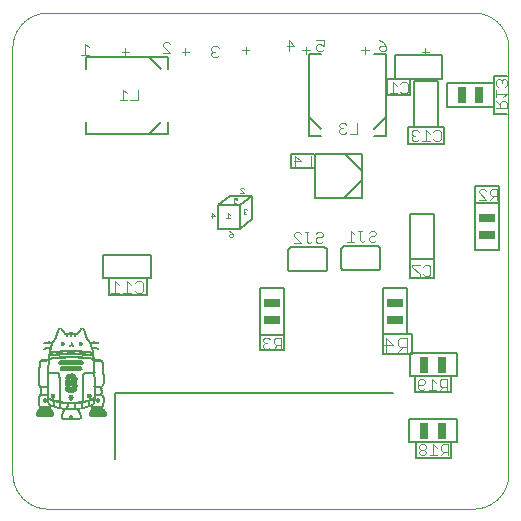
<source format=gbo>
G75*
%MOIN*%
%OFA0B0*%
%FSLAX25Y25*%
%IPPOS*%
%LPD*%
%AMOC8*
5,1,8,0,0,1.08239X$1,22.5*
%
%ADD10C,0.00000*%
%ADD11C,0.00591*%
%ADD12R,0.03100X0.00100*%
%ADD13R,0.05600X0.00100*%
%ADD14R,0.06000X0.00100*%
%ADD15R,0.06300X0.00100*%
%ADD16R,0.01700X0.00100*%
%ADD17R,0.01400X0.00100*%
%ADD18R,0.00800X0.00100*%
%ADD19R,0.00500X0.00100*%
%ADD20R,0.00400X0.00100*%
%ADD21R,0.01300X0.00100*%
%ADD22R,0.01200X0.00100*%
%ADD23R,0.02400X0.00100*%
%ADD24R,0.05400X0.00100*%
%ADD25R,0.01000X0.00100*%
%ADD26R,0.05100X0.00100*%
%ADD27R,0.05700X0.00100*%
%ADD28R,0.05900X0.00100*%
%ADD29R,0.00600X0.00100*%
%ADD30R,0.05800X0.00100*%
%ADD31R,0.06100X0.00100*%
%ADD32R,0.05500X0.00100*%
%ADD33R,0.05300X0.00100*%
%ADD34R,0.05200X0.00100*%
%ADD35R,0.05000X0.00100*%
%ADD36R,0.04900X0.00100*%
%ADD37R,0.03300X0.00100*%
%ADD38R,0.04700X0.00100*%
%ADD39R,0.04600X0.00100*%
%ADD40R,0.04500X0.00100*%
%ADD41R,0.04300X0.00100*%
%ADD42R,0.07900X0.00100*%
%ADD43R,0.04200X0.00100*%
%ADD44R,0.02700X0.00100*%
%ADD45R,0.02300X0.00100*%
%ADD46R,0.04000X0.00100*%
%ADD47R,0.04100X0.00100*%
%ADD48R,0.02100X0.00100*%
%ADD49R,0.02200X0.00100*%
%ADD50R,0.01900X0.00100*%
%ADD51R,0.03800X0.00100*%
%ADD52R,0.02000X0.00100*%
%ADD53R,0.03700X0.00100*%
%ADD54R,0.01600X0.00100*%
%ADD55R,0.01100X0.00100*%
%ADD56R,0.01500X0.00100*%
%ADD57R,0.01800X0.00100*%
%ADD58R,0.00900X0.00100*%
%ADD59R,0.00700X0.00100*%
%ADD60R,0.03200X0.00100*%
%ADD61R,0.07700X0.00100*%
%ADD62R,0.08600X0.00100*%
%ADD63R,0.09500X0.00100*%
%ADD64R,0.03600X0.00100*%
%ADD65R,0.03400X0.00100*%
%ADD66R,0.03900X0.00100*%
%ADD67R,0.02600X0.00100*%
%ADD68R,0.00300X0.00100*%
%ADD69R,0.03000X0.00100*%
%ADD70R,0.02900X0.00100*%
%ADD71R,0.02800X0.00100*%
%ADD72R,0.03500X0.00100*%
%ADD73R,0.02500X0.00100*%
%ADD74R,0.06600X0.00100*%
%ADD75R,0.07000X0.00100*%
%ADD76R,0.07300X0.00100*%
%ADD77R,0.07400X0.00100*%
%ADD78R,0.07600X0.00100*%
%ADD79R,0.07500X0.00100*%
%ADD80R,0.07100X0.00100*%
%ADD81R,0.06500X0.00100*%
%ADD82R,0.08100X0.00100*%
%ADD83R,0.08300X0.00100*%
%ADD84R,0.08400X0.00100*%
%ADD85R,0.08500X0.00100*%
%ADD86R,0.07200X0.00100*%
%ADD87R,0.13300X0.00100*%
%ADD88R,0.12200X0.00100*%
%ADD89R,0.10500X0.00100*%
%ADD90R,0.13400X0.00100*%
%ADD91R,0.12700X0.00100*%
%ADD92R,0.10000X0.00100*%
%ADD93R,0.04800X0.00100*%
%ADD94R,0.13200X0.00100*%
%ADD95R,0.10600X0.00100*%
%ADD96R,0.00200X0.00100*%
%ADD97C,0.00200*%
%ADD98C,0.00300*%
%ADD99C,0.00600*%
%ADD100C,0.00400*%
%ADD101R,0.02559X0.05512*%
%ADD102R,0.05512X0.02559*%
D10*
X0013311Y0001894D02*
X0155043Y0001894D01*
X0155328Y0001897D01*
X0155614Y0001908D01*
X0155899Y0001925D01*
X0156183Y0001949D01*
X0156467Y0001980D01*
X0156750Y0002018D01*
X0157031Y0002063D01*
X0157312Y0002114D01*
X0157592Y0002172D01*
X0157870Y0002237D01*
X0158146Y0002309D01*
X0158420Y0002387D01*
X0158693Y0002472D01*
X0158963Y0002564D01*
X0159231Y0002662D01*
X0159497Y0002766D01*
X0159760Y0002877D01*
X0160020Y0002994D01*
X0160278Y0003117D01*
X0160532Y0003247D01*
X0160783Y0003383D01*
X0161031Y0003524D01*
X0161275Y0003672D01*
X0161516Y0003825D01*
X0161752Y0003985D01*
X0161985Y0004150D01*
X0162214Y0004320D01*
X0162439Y0004496D01*
X0162659Y0004678D01*
X0162875Y0004864D01*
X0163086Y0005056D01*
X0163293Y0005253D01*
X0163495Y0005455D01*
X0163692Y0005662D01*
X0163884Y0005873D01*
X0164070Y0006089D01*
X0164252Y0006309D01*
X0164428Y0006534D01*
X0164598Y0006763D01*
X0164763Y0006996D01*
X0164923Y0007232D01*
X0165076Y0007473D01*
X0165224Y0007717D01*
X0165365Y0007965D01*
X0165501Y0008216D01*
X0165631Y0008470D01*
X0165754Y0008728D01*
X0165871Y0008988D01*
X0165982Y0009251D01*
X0166086Y0009517D01*
X0166184Y0009785D01*
X0166276Y0010055D01*
X0166361Y0010328D01*
X0166439Y0010602D01*
X0166511Y0010878D01*
X0166576Y0011156D01*
X0166634Y0011436D01*
X0166685Y0011717D01*
X0166730Y0011998D01*
X0166768Y0012281D01*
X0166799Y0012565D01*
X0166823Y0012849D01*
X0166840Y0013134D01*
X0166851Y0013420D01*
X0166854Y0013705D01*
X0166854Y0155437D01*
X0166851Y0155722D01*
X0166840Y0156008D01*
X0166823Y0156293D01*
X0166799Y0156577D01*
X0166768Y0156861D01*
X0166730Y0157144D01*
X0166685Y0157425D01*
X0166634Y0157706D01*
X0166576Y0157986D01*
X0166511Y0158264D01*
X0166439Y0158540D01*
X0166361Y0158814D01*
X0166276Y0159087D01*
X0166184Y0159357D01*
X0166086Y0159625D01*
X0165982Y0159891D01*
X0165871Y0160154D01*
X0165754Y0160414D01*
X0165631Y0160672D01*
X0165501Y0160926D01*
X0165365Y0161177D01*
X0165224Y0161425D01*
X0165076Y0161669D01*
X0164923Y0161910D01*
X0164763Y0162146D01*
X0164598Y0162379D01*
X0164428Y0162608D01*
X0164252Y0162833D01*
X0164070Y0163053D01*
X0163884Y0163269D01*
X0163692Y0163480D01*
X0163495Y0163687D01*
X0163293Y0163889D01*
X0163086Y0164086D01*
X0162875Y0164278D01*
X0162659Y0164464D01*
X0162439Y0164646D01*
X0162214Y0164822D01*
X0161985Y0164992D01*
X0161752Y0165157D01*
X0161516Y0165317D01*
X0161275Y0165470D01*
X0161031Y0165618D01*
X0160783Y0165759D01*
X0160532Y0165895D01*
X0160278Y0166025D01*
X0160020Y0166148D01*
X0159760Y0166265D01*
X0159497Y0166376D01*
X0159231Y0166480D01*
X0158963Y0166578D01*
X0158693Y0166670D01*
X0158420Y0166755D01*
X0158146Y0166833D01*
X0157870Y0166905D01*
X0157592Y0166970D01*
X0157312Y0167028D01*
X0157031Y0167079D01*
X0156750Y0167124D01*
X0156467Y0167162D01*
X0156183Y0167193D01*
X0155899Y0167217D01*
X0155614Y0167234D01*
X0155328Y0167245D01*
X0155043Y0167248D01*
X0013311Y0167248D01*
X0013026Y0167245D01*
X0012740Y0167234D01*
X0012455Y0167217D01*
X0012171Y0167193D01*
X0011887Y0167162D01*
X0011604Y0167124D01*
X0011323Y0167079D01*
X0011042Y0167028D01*
X0010762Y0166970D01*
X0010484Y0166905D01*
X0010208Y0166833D01*
X0009934Y0166755D01*
X0009661Y0166670D01*
X0009391Y0166578D01*
X0009123Y0166480D01*
X0008857Y0166376D01*
X0008594Y0166265D01*
X0008334Y0166148D01*
X0008076Y0166025D01*
X0007822Y0165895D01*
X0007571Y0165759D01*
X0007323Y0165618D01*
X0007079Y0165470D01*
X0006838Y0165317D01*
X0006602Y0165157D01*
X0006369Y0164992D01*
X0006140Y0164822D01*
X0005915Y0164646D01*
X0005695Y0164464D01*
X0005479Y0164278D01*
X0005268Y0164086D01*
X0005061Y0163889D01*
X0004859Y0163687D01*
X0004662Y0163480D01*
X0004470Y0163269D01*
X0004284Y0163053D01*
X0004102Y0162833D01*
X0003926Y0162608D01*
X0003756Y0162379D01*
X0003591Y0162146D01*
X0003431Y0161910D01*
X0003278Y0161669D01*
X0003130Y0161425D01*
X0002989Y0161177D01*
X0002853Y0160926D01*
X0002723Y0160672D01*
X0002600Y0160414D01*
X0002483Y0160154D01*
X0002372Y0159891D01*
X0002268Y0159625D01*
X0002170Y0159357D01*
X0002078Y0159087D01*
X0001993Y0158814D01*
X0001915Y0158540D01*
X0001843Y0158264D01*
X0001778Y0157986D01*
X0001720Y0157706D01*
X0001669Y0157425D01*
X0001624Y0157144D01*
X0001586Y0156861D01*
X0001555Y0156577D01*
X0001531Y0156293D01*
X0001514Y0156008D01*
X0001503Y0155722D01*
X0001500Y0155437D01*
X0001500Y0013705D01*
X0001503Y0013420D01*
X0001514Y0013134D01*
X0001531Y0012849D01*
X0001555Y0012565D01*
X0001586Y0012281D01*
X0001624Y0011998D01*
X0001669Y0011717D01*
X0001720Y0011436D01*
X0001778Y0011156D01*
X0001843Y0010878D01*
X0001915Y0010602D01*
X0001993Y0010328D01*
X0002078Y0010055D01*
X0002170Y0009785D01*
X0002268Y0009517D01*
X0002372Y0009251D01*
X0002483Y0008988D01*
X0002600Y0008728D01*
X0002723Y0008470D01*
X0002853Y0008216D01*
X0002989Y0007965D01*
X0003130Y0007717D01*
X0003278Y0007473D01*
X0003431Y0007232D01*
X0003591Y0006996D01*
X0003756Y0006763D01*
X0003926Y0006534D01*
X0004102Y0006309D01*
X0004284Y0006089D01*
X0004470Y0005873D01*
X0004662Y0005662D01*
X0004859Y0005455D01*
X0005061Y0005253D01*
X0005268Y0005056D01*
X0005479Y0004864D01*
X0005695Y0004678D01*
X0005915Y0004496D01*
X0006140Y0004320D01*
X0006369Y0004150D01*
X0006602Y0003985D01*
X0006838Y0003825D01*
X0007079Y0003672D01*
X0007323Y0003524D01*
X0007571Y0003383D01*
X0007822Y0003247D01*
X0008076Y0003117D01*
X0008334Y0002994D01*
X0008594Y0002877D01*
X0008857Y0002766D01*
X0009123Y0002662D01*
X0009391Y0002564D01*
X0009661Y0002472D01*
X0009934Y0002387D01*
X0010208Y0002309D01*
X0010484Y0002237D01*
X0010762Y0002172D01*
X0011042Y0002114D01*
X0011323Y0002063D01*
X0011604Y0002018D01*
X0011887Y0001980D01*
X0012171Y0001949D01*
X0012455Y0001925D01*
X0012740Y0001908D01*
X0013026Y0001897D01*
X0013311Y0001894D01*
D11*
X0035752Y0018429D02*
X0035752Y0040476D01*
X0128272Y0040476D01*
X0134177Y0045988D02*
X0134177Y0053862D01*
X0149531Y0053862D01*
X0149531Y0045988D01*
X0147563Y0045988D01*
X0147563Y0040870D01*
X0135752Y0040870D01*
X0135752Y0045988D01*
X0134177Y0045988D01*
X0135752Y0045988D02*
X0147563Y0045988D01*
X0134571Y0053469D02*
X0134571Y0060161D01*
X0132996Y0060161D01*
X0125122Y0060161D01*
X0125122Y0053469D01*
X0134571Y0053469D01*
X0132996Y0060161D02*
X0132996Y0075516D01*
X0125122Y0075516D01*
X0125122Y0060161D01*
X0134177Y0078665D02*
X0142051Y0078665D01*
X0142051Y0084965D01*
X0134177Y0084965D01*
X0134177Y0078665D01*
X0134177Y0084965D02*
X0134177Y0099925D01*
X0142051Y0099925D01*
X0142051Y0084965D01*
X0155831Y0088114D02*
X0155831Y0103862D01*
X0155831Y0109374D01*
X0163705Y0109374D01*
X0163705Y0103862D01*
X0163705Y0088114D01*
X0155831Y0088114D01*
X0155831Y0103862D02*
X0163705Y0103862D01*
X0145201Y0123547D02*
X0145201Y0129059D01*
X0143232Y0129059D01*
X0135358Y0129059D01*
X0133390Y0129059D01*
X0133390Y0123547D01*
X0145201Y0123547D01*
X0143232Y0129059D02*
X0143232Y0144413D01*
X0135358Y0144413D01*
X0135358Y0129059D01*
X0134177Y0139689D02*
X0126303Y0139689D01*
X0126303Y0145201D01*
X0129059Y0145201D01*
X0129059Y0153075D01*
X0144807Y0153075D01*
X0144807Y0145201D01*
X0134177Y0145201D01*
X0134177Y0139689D01*
X0134177Y0145201D02*
X0129059Y0145201D01*
X0146382Y0143626D02*
X0146382Y0135752D01*
X0162130Y0135752D01*
X0162130Y0133390D01*
X0166461Y0133390D01*
X0162130Y0135752D02*
X0162130Y0143626D01*
X0162130Y0145988D01*
X0166461Y0145988D01*
X0162130Y0143626D02*
X0146382Y0143626D01*
X0118035Y0120004D02*
X0118035Y0114492D01*
X0118035Y0111343D01*
X0112130Y0105437D01*
X0102287Y0105437D01*
X0102287Y0115280D01*
X0094413Y0115280D01*
X0094413Y0120004D01*
X0101894Y0120004D01*
X0102287Y0120004D02*
X0102287Y0115280D01*
X0102287Y0120004D02*
X0112524Y0120004D01*
X0118035Y0114492D01*
X0118035Y0111343D02*
X0118035Y0105437D01*
X0112130Y0105437D01*
X0112524Y0120004D02*
X0118035Y0120004D01*
X0081421Y0106224D02*
X0081421Y0098350D01*
X0077484Y0095201D01*
X0077484Y0103075D01*
X0081421Y0106224D01*
X0073941Y0106224D01*
X0070004Y0103075D01*
X0077484Y0103075D01*
X0070004Y0103075D02*
X0070004Y0095201D01*
X0077484Y0095201D01*
X0084177Y0075516D02*
X0084177Y0059768D01*
X0084177Y0054650D01*
X0092051Y0054650D01*
X0092051Y0059768D01*
X0084177Y0059768D01*
X0092051Y0059768D02*
X0092051Y0075516D01*
X0084177Y0075516D01*
X0047563Y0078665D02*
X0046382Y0078665D01*
X0046382Y0073154D01*
X0033783Y0073154D01*
X0033783Y0078665D01*
X0031815Y0078665D01*
X0031815Y0086539D01*
X0047563Y0086539D01*
X0047563Y0078665D01*
X0046382Y0078665D02*
X0033783Y0078665D01*
X0133783Y0031815D02*
X0133783Y0023941D01*
X0136146Y0023941D01*
X0136146Y0018823D01*
X0147563Y0018823D01*
X0147563Y0023941D01*
X0149531Y0023941D01*
X0149531Y0031815D01*
X0133783Y0031815D01*
X0136146Y0023941D02*
X0147563Y0023941D01*
D12*
X0030200Y0039394D03*
X0030200Y0039494D03*
X0021100Y0040794D03*
X0016500Y0037394D03*
X0012100Y0042294D03*
X0012300Y0050994D03*
X0012400Y0051094D03*
X0013500Y0056894D03*
X0029900Y0051094D03*
X0021100Y0031294D03*
D13*
X0021150Y0031394D03*
X0029950Y0032594D03*
X0012250Y0033894D03*
X0012250Y0033994D03*
D14*
X0012250Y0033594D03*
X0012250Y0033494D03*
X0012250Y0033394D03*
X0012250Y0033294D03*
X0012250Y0032894D03*
X0012250Y0032794D03*
X0021150Y0031494D03*
X0029950Y0032894D03*
X0029950Y0032994D03*
X0029950Y0033094D03*
X0029950Y0033194D03*
X0029950Y0033294D03*
X0029950Y0033394D03*
X0021250Y0047694D03*
X0021150Y0053494D03*
D15*
X0021100Y0051094D03*
X0021100Y0034894D03*
X0021100Y0031594D03*
D16*
X0018700Y0031694D03*
X0023500Y0031694D03*
X0021100Y0038594D03*
X0021100Y0038694D03*
X0021100Y0038794D03*
X0021100Y0038894D03*
X0020000Y0042694D03*
X0020000Y0042794D03*
X0020100Y0045194D03*
X0022200Y0045094D03*
X0022200Y0044994D03*
X0022200Y0044894D03*
X0022200Y0044794D03*
X0022200Y0044694D03*
X0018700Y0049594D03*
X0028600Y0055394D03*
X0014000Y0038094D03*
X0014700Y0036094D03*
X0014700Y0035994D03*
D17*
X0015250Y0035794D03*
X0015050Y0038994D03*
X0015050Y0039094D03*
X0015050Y0039194D03*
X0015050Y0039294D03*
X0015050Y0039394D03*
X0021150Y0039194D03*
X0021050Y0038194D03*
X0021150Y0032094D03*
X0021150Y0031994D03*
X0021150Y0031894D03*
X0021150Y0031794D03*
X0021150Y0031694D03*
X0028450Y0038294D03*
X0027150Y0038994D03*
X0027150Y0039094D03*
X0027150Y0039394D03*
X0027150Y0039494D03*
X0024250Y0056594D03*
X0024250Y0056694D03*
X0022650Y0059794D03*
X0019550Y0059794D03*
X0018350Y0056694D03*
X0018350Y0056594D03*
D18*
X0018350Y0057094D03*
X0018350Y0056094D03*
X0021250Y0056294D03*
X0024250Y0056094D03*
X0024250Y0057094D03*
X0022450Y0059494D03*
X0021050Y0059494D03*
X0019650Y0059494D03*
X0019650Y0059394D03*
X0024850Y0061794D03*
X0029950Y0054994D03*
X0027150Y0038594D03*
X0028250Y0036394D03*
X0029950Y0037194D03*
X0022250Y0036594D03*
X0021150Y0032594D03*
X0024050Y0031794D03*
X0018150Y0031794D03*
X0014050Y0032394D03*
X0013850Y0036494D03*
X0012250Y0037194D03*
X0012250Y0038294D03*
X0010750Y0042494D03*
D19*
X0010600Y0042594D03*
X0010500Y0042694D03*
X0010500Y0042794D03*
X0010500Y0042894D03*
X0010400Y0043094D03*
X0010400Y0043194D03*
X0010400Y0043294D03*
X0010300Y0043594D03*
X0010300Y0043694D03*
X0010300Y0043794D03*
X0010300Y0043894D03*
X0010300Y0043994D03*
X0010300Y0044094D03*
X0010300Y0044194D03*
X0010300Y0044294D03*
X0010300Y0044394D03*
X0010300Y0044494D03*
X0010300Y0044594D03*
X0010300Y0044694D03*
X0010300Y0044794D03*
X0010300Y0044894D03*
X0010300Y0044994D03*
X0010300Y0045094D03*
X0010300Y0045194D03*
X0010300Y0045294D03*
X0010300Y0045394D03*
X0010300Y0045494D03*
X0010300Y0045594D03*
X0010300Y0045694D03*
X0010300Y0045794D03*
X0010400Y0045994D03*
X0010400Y0046094D03*
X0010400Y0046194D03*
X0010400Y0046294D03*
X0010400Y0046394D03*
X0010400Y0046494D03*
X0010400Y0046594D03*
X0010400Y0046694D03*
X0010400Y0046794D03*
X0010400Y0046894D03*
X0010400Y0046994D03*
X0010400Y0047094D03*
X0010400Y0047194D03*
X0010400Y0047294D03*
X0010500Y0047694D03*
X0010500Y0047794D03*
X0010500Y0047894D03*
X0010500Y0047994D03*
X0010500Y0048094D03*
X0010500Y0048194D03*
X0010500Y0048294D03*
X0010500Y0048394D03*
X0010500Y0048494D03*
X0010500Y0048594D03*
X0010500Y0048694D03*
X0010600Y0049194D03*
X0010600Y0049294D03*
X0010600Y0049394D03*
X0010600Y0049494D03*
X0010600Y0049594D03*
X0010600Y0049694D03*
X0010600Y0049794D03*
X0010600Y0049894D03*
X0010700Y0050194D03*
X0010700Y0050294D03*
X0010800Y0050494D03*
X0010800Y0050594D03*
X0013500Y0049494D03*
X0013500Y0049394D03*
X0013500Y0049294D03*
X0013500Y0049194D03*
X0013500Y0049094D03*
X0013500Y0048994D03*
X0013400Y0048694D03*
X0013400Y0048594D03*
X0013400Y0048494D03*
X0013400Y0048394D03*
X0013400Y0048294D03*
X0013400Y0048194D03*
X0013400Y0048094D03*
X0013400Y0047994D03*
X0013400Y0047894D03*
X0013400Y0047794D03*
X0013400Y0047694D03*
X0013400Y0047594D03*
X0013400Y0047494D03*
X0013400Y0047394D03*
X0013400Y0047294D03*
X0013400Y0046694D03*
X0013400Y0046594D03*
X0013400Y0046494D03*
X0013400Y0046394D03*
X0013400Y0046294D03*
X0013400Y0046194D03*
X0013400Y0046094D03*
X0013400Y0045994D03*
X0013400Y0045894D03*
X0013400Y0045794D03*
X0013400Y0045694D03*
X0013400Y0045594D03*
X0013300Y0045394D03*
X0013300Y0045294D03*
X0013300Y0045194D03*
X0013300Y0045094D03*
X0013300Y0044994D03*
X0013300Y0044894D03*
X0013300Y0044794D03*
X0013300Y0044694D03*
X0013300Y0044594D03*
X0013300Y0044494D03*
X0013300Y0044394D03*
X0013300Y0044294D03*
X0013300Y0044194D03*
X0013300Y0044094D03*
X0013400Y0043994D03*
X0013400Y0043894D03*
X0013400Y0043794D03*
X0013400Y0043694D03*
X0013400Y0043594D03*
X0013400Y0043494D03*
X0013400Y0043394D03*
X0013400Y0043294D03*
X0013400Y0043194D03*
X0013400Y0043094D03*
X0013400Y0042994D03*
X0013400Y0042894D03*
X0013400Y0042794D03*
X0013400Y0042694D03*
X0013400Y0042594D03*
X0013400Y0042494D03*
X0013400Y0041894D03*
X0013400Y0041794D03*
X0013400Y0041694D03*
X0013400Y0041594D03*
X0013400Y0041494D03*
X0013400Y0041394D03*
X0013400Y0041294D03*
X0013400Y0041194D03*
X0013400Y0041094D03*
X0013400Y0040994D03*
X0013400Y0040894D03*
X0013400Y0040794D03*
X0013400Y0040694D03*
X0013400Y0040594D03*
X0013400Y0040494D03*
X0013400Y0040394D03*
X0013400Y0040294D03*
X0013400Y0040194D03*
X0013400Y0040094D03*
X0013400Y0039994D03*
X0013400Y0039894D03*
X0013400Y0039294D03*
X0013400Y0039194D03*
X0013400Y0039094D03*
X0013400Y0038994D03*
X0013400Y0038894D03*
X0013400Y0038794D03*
X0013400Y0038694D03*
X0013400Y0037994D03*
X0013400Y0037894D03*
X0013400Y0037794D03*
X0013400Y0037694D03*
X0013400Y0037594D03*
X0013400Y0037494D03*
X0013400Y0037394D03*
X0013400Y0037294D03*
X0013400Y0037194D03*
X0013400Y0037094D03*
X0012300Y0037094D03*
X0012300Y0038394D03*
X0011100Y0039894D03*
X0011100Y0039994D03*
X0011100Y0040094D03*
X0011100Y0040194D03*
X0011100Y0040294D03*
X0011100Y0040394D03*
X0011100Y0040494D03*
X0011100Y0040594D03*
X0011100Y0041594D03*
X0011100Y0041694D03*
X0011100Y0041794D03*
X0011100Y0041894D03*
X0010500Y0039094D03*
X0010400Y0038894D03*
X0010300Y0038494D03*
X0010300Y0038394D03*
X0010300Y0038294D03*
X0010300Y0038194D03*
X0010300Y0038094D03*
X0010300Y0037994D03*
X0010300Y0037894D03*
X0010400Y0036694D03*
X0010400Y0036594D03*
X0010400Y0036494D03*
X0010400Y0036394D03*
X0010400Y0036294D03*
X0010400Y0036194D03*
X0010500Y0036094D03*
X0010500Y0035994D03*
X0015300Y0036994D03*
X0015300Y0037094D03*
X0015300Y0037194D03*
X0017200Y0037694D03*
X0017200Y0037794D03*
X0017200Y0037894D03*
X0017200Y0037994D03*
X0017200Y0038094D03*
X0017200Y0038194D03*
X0017200Y0038294D03*
X0017200Y0038394D03*
X0017200Y0038494D03*
X0017200Y0038594D03*
X0017200Y0038694D03*
X0017200Y0038794D03*
X0017200Y0038894D03*
X0017200Y0038994D03*
X0017200Y0039094D03*
X0017200Y0039194D03*
X0017200Y0039294D03*
X0017200Y0039394D03*
X0017200Y0039494D03*
X0017200Y0039594D03*
X0017200Y0039694D03*
X0017200Y0039794D03*
X0017200Y0039894D03*
X0017200Y0039994D03*
X0017200Y0040094D03*
X0017200Y0040194D03*
X0017200Y0040294D03*
X0017200Y0040394D03*
X0017200Y0040494D03*
X0017200Y0040594D03*
X0017200Y0040694D03*
X0017200Y0040794D03*
X0017200Y0040894D03*
X0017200Y0040994D03*
X0017200Y0041094D03*
X0017200Y0041194D03*
X0017200Y0041294D03*
X0017200Y0041394D03*
X0017200Y0041494D03*
X0017200Y0041594D03*
X0017200Y0041694D03*
X0017200Y0041794D03*
X0017200Y0041894D03*
X0017200Y0041994D03*
X0017200Y0042094D03*
X0017200Y0042194D03*
X0017200Y0042294D03*
X0017200Y0042394D03*
X0017200Y0042494D03*
X0017200Y0042594D03*
X0017200Y0042694D03*
X0017200Y0042794D03*
X0017200Y0042894D03*
X0017200Y0042994D03*
X0017200Y0043094D03*
X0017200Y0043194D03*
X0017200Y0043294D03*
X0017200Y0043394D03*
X0017200Y0043494D03*
X0017200Y0043594D03*
X0017200Y0043694D03*
X0017200Y0043794D03*
X0017200Y0043894D03*
X0017200Y0043994D03*
X0017200Y0044094D03*
X0017200Y0044194D03*
X0017200Y0044294D03*
X0017200Y0044394D03*
X0017200Y0044494D03*
X0017200Y0044594D03*
X0017200Y0044694D03*
X0017200Y0044794D03*
X0017200Y0044894D03*
X0017200Y0044994D03*
X0017200Y0045094D03*
X0017200Y0045194D03*
X0017200Y0045294D03*
X0017100Y0045494D03*
X0017100Y0045594D03*
X0017100Y0045694D03*
X0017100Y0045794D03*
X0017100Y0045894D03*
X0017100Y0045994D03*
X0017100Y0046094D03*
X0017100Y0046194D03*
X0017000Y0046294D03*
X0017000Y0046394D03*
X0013600Y0050494D03*
X0013600Y0050594D03*
X0013600Y0050694D03*
X0013600Y0050794D03*
X0013700Y0051994D03*
X0013700Y0052094D03*
X0013900Y0053094D03*
X0013900Y0053194D03*
X0013900Y0053294D03*
X0014000Y0053994D03*
X0014000Y0054094D03*
X0014000Y0054194D03*
X0014100Y0054394D03*
X0014100Y0054494D03*
X0014100Y0054594D03*
X0014100Y0054694D03*
X0014200Y0054794D03*
X0014200Y0054894D03*
X0014200Y0054994D03*
X0014300Y0055494D03*
X0014500Y0055994D03*
X0014600Y0056294D03*
X0014700Y0056494D03*
X0014700Y0056594D03*
X0015000Y0057094D03*
X0015000Y0057194D03*
X0015100Y0057294D03*
X0015200Y0057394D03*
X0015300Y0057494D03*
X0015300Y0057594D03*
X0015400Y0057694D03*
X0015500Y0057794D03*
X0015500Y0057894D03*
X0015600Y0057994D03*
X0015700Y0058094D03*
X0015700Y0058194D03*
X0015800Y0058294D03*
X0015900Y0058394D03*
X0015900Y0058494D03*
X0016000Y0058594D03*
X0016100Y0058894D03*
X0016100Y0058994D03*
X0016200Y0059394D03*
X0016300Y0059694D03*
X0016400Y0059994D03*
X0016400Y0060094D03*
X0016500Y0060294D03*
X0016500Y0060394D03*
X0016600Y0060594D03*
X0016700Y0060794D03*
X0016700Y0060894D03*
X0016800Y0061094D03*
X0016900Y0061294D03*
X0016900Y0061394D03*
X0017000Y0061494D03*
X0017400Y0061894D03*
X0017900Y0061494D03*
X0018000Y0061394D03*
X0018300Y0060994D03*
X0018600Y0060594D03*
X0018800Y0060294D03*
X0018900Y0060194D03*
X0021100Y0059194D03*
X0022400Y0059094D03*
X0023400Y0060194D03*
X0023500Y0060394D03*
X0023600Y0060494D03*
X0023700Y0060694D03*
X0023800Y0060794D03*
X0023900Y0060894D03*
X0024000Y0061094D03*
X0024100Y0061194D03*
X0024200Y0061294D03*
X0024300Y0061394D03*
X0024400Y0061494D03*
X0024800Y0061894D03*
X0025300Y0061394D03*
X0025600Y0060694D03*
X0026100Y0059094D03*
X0026200Y0058694D03*
X0026300Y0058494D03*
X0026400Y0058394D03*
X0026400Y0058294D03*
X0026500Y0058194D03*
X0026600Y0058094D03*
X0026700Y0057894D03*
X0026800Y0057794D03*
X0026900Y0057594D03*
X0027000Y0057494D03*
X0027100Y0057394D03*
X0027100Y0057294D03*
X0027200Y0057194D03*
X0027300Y0057094D03*
X0027600Y0056394D03*
X0027700Y0056194D03*
X0027700Y0056094D03*
X0027800Y0055894D03*
X0027800Y0055794D03*
X0028100Y0054794D03*
X0028100Y0054694D03*
X0028100Y0054594D03*
X0028200Y0054494D03*
X0028200Y0054394D03*
X0028200Y0054294D03*
X0028200Y0054194D03*
X0028300Y0054094D03*
X0028300Y0053994D03*
X0028400Y0053194D03*
X0028400Y0053094D03*
X0028400Y0052494D03*
X0028500Y0052294D03*
X0028500Y0052194D03*
X0028700Y0050294D03*
X0028700Y0050194D03*
X0028700Y0050094D03*
X0028700Y0049994D03*
X0028700Y0049894D03*
X0031400Y0050694D03*
X0031500Y0050394D03*
X0031600Y0049994D03*
X0031600Y0049894D03*
X0031600Y0049794D03*
X0031700Y0049494D03*
X0031700Y0049394D03*
X0031700Y0049294D03*
X0031700Y0049194D03*
X0031700Y0049094D03*
X0031700Y0048994D03*
X0031700Y0048894D03*
X0031700Y0048794D03*
X0031700Y0048694D03*
X0031700Y0048594D03*
X0031700Y0048494D03*
X0031700Y0048394D03*
X0031700Y0048294D03*
X0031700Y0048194D03*
X0031800Y0047994D03*
X0031800Y0047894D03*
X0031800Y0047794D03*
X0031800Y0047694D03*
X0031800Y0047594D03*
X0031800Y0047494D03*
X0031800Y0047394D03*
X0031800Y0047294D03*
X0031900Y0046394D03*
X0031900Y0046294D03*
X0031900Y0046194D03*
X0031900Y0046094D03*
X0031900Y0045994D03*
X0031900Y0045894D03*
X0031900Y0045794D03*
X0031900Y0045694D03*
X0031900Y0045594D03*
X0031900Y0045494D03*
X0031900Y0045394D03*
X0031900Y0045294D03*
X0031900Y0045194D03*
X0031900Y0045094D03*
X0031900Y0044994D03*
X0031900Y0044894D03*
X0031900Y0044794D03*
X0031900Y0044694D03*
X0031900Y0044594D03*
X0031900Y0044494D03*
X0031900Y0044394D03*
X0031900Y0044294D03*
X0031900Y0044194D03*
X0031900Y0044094D03*
X0031900Y0043994D03*
X0031900Y0043894D03*
X0031900Y0043794D03*
X0031900Y0043694D03*
X0031900Y0043594D03*
X0031900Y0043494D03*
X0031900Y0043394D03*
X0031900Y0043294D03*
X0031800Y0042894D03*
X0031200Y0041894D03*
X0031200Y0041794D03*
X0031200Y0041694D03*
X0031200Y0040994D03*
X0031200Y0040894D03*
X0031200Y0040794D03*
X0031200Y0040694D03*
X0031200Y0040594D03*
X0031200Y0040494D03*
X0031200Y0040394D03*
X0031200Y0040294D03*
X0031200Y0040194D03*
X0031200Y0040094D03*
X0031700Y0039194D03*
X0031800Y0038994D03*
X0031900Y0038594D03*
X0031900Y0038494D03*
X0031900Y0038394D03*
X0031900Y0038294D03*
X0031900Y0038194D03*
X0031900Y0038094D03*
X0031900Y0037994D03*
X0031900Y0037894D03*
X0031900Y0037794D03*
X0031900Y0037694D03*
X0031900Y0037594D03*
X0031900Y0037494D03*
X0031900Y0037394D03*
X0031900Y0037294D03*
X0031900Y0037194D03*
X0031900Y0037094D03*
X0031900Y0036994D03*
X0028800Y0036994D03*
X0028800Y0037094D03*
X0028800Y0037194D03*
X0028800Y0037294D03*
X0028700Y0036794D03*
X0028600Y0036694D03*
X0028200Y0035794D03*
X0027000Y0036694D03*
X0027000Y0036794D03*
X0027000Y0036894D03*
X0027000Y0036994D03*
X0027000Y0037094D03*
X0027000Y0037194D03*
X0027200Y0038494D03*
X0028900Y0038694D03*
X0028900Y0038794D03*
X0028900Y0038894D03*
X0028900Y0038994D03*
X0028900Y0039094D03*
X0028900Y0039194D03*
X0028900Y0039294D03*
X0028900Y0039894D03*
X0028900Y0039994D03*
X0028900Y0040094D03*
X0028900Y0040194D03*
X0028900Y0040294D03*
X0028900Y0040394D03*
X0028900Y0040494D03*
X0028900Y0040594D03*
X0028900Y0040694D03*
X0028900Y0040794D03*
X0028900Y0040894D03*
X0028900Y0040994D03*
X0028900Y0041094D03*
X0028900Y0041194D03*
X0028900Y0041294D03*
X0028900Y0041394D03*
X0028900Y0041494D03*
X0028900Y0041594D03*
X0028900Y0041694D03*
X0028900Y0041794D03*
X0028900Y0041894D03*
X0028900Y0042394D03*
X0028900Y0042494D03*
X0028900Y0042594D03*
X0028900Y0042694D03*
X0028900Y0042794D03*
X0028900Y0042894D03*
X0028900Y0042994D03*
X0028900Y0043094D03*
X0028900Y0043194D03*
X0028900Y0043294D03*
X0028900Y0043394D03*
X0028900Y0043494D03*
X0028900Y0043594D03*
X0028900Y0043694D03*
X0028900Y0043794D03*
X0028900Y0043894D03*
X0028900Y0043994D03*
X0028900Y0044094D03*
X0028900Y0044194D03*
X0028900Y0044294D03*
X0028900Y0044394D03*
X0028900Y0044494D03*
X0028900Y0044594D03*
X0028900Y0044694D03*
X0028900Y0044794D03*
X0028900Y0044894D03*
X0028900Y0044994D03*
X0028900Y0045094D03*
X0028900Y0045194D03*
X0028900Y0045294D03*
X0028900Y0045394D03*
X0028900Y0045494D03*
X0028900Y0037994D03*
X0028900Y0037894D03*
X0024800Y0036394D03*
X0024800Y0036294D03*
X0024800Y0036194D03*
X0024800Y0036094D03*
X0024800Y0035994D03*
X0024800Y0035894D03*
X0024800Y0035794D03*
X0024800Y0035694D03*
X0023400Y0034594D03*
X0023500Y0034394D03*
X0023600Y0034294D03*
X0023700Y0034094D03*
X0023800Y0033894D03*
X0023900Y0033594D03*
X0024000Y0033494D03*
X0024000Y0033394D03*
X0024200Y0032894D03*
X0024200Y0032794D03*
X0024300Y0032494D03*
X0024300Y0032394D03*
X0024300Y0032294D03*
X0024300Y0031994D03*
X0024200Y0031894D03*
X0022400Y0035394D03*
X0022400Y0035494D03*
X0022400Y0035594D03*
X0022400Y0035694D03*
X0022400Y0035794D03*
X0022400Y0035894D03*
X0022400Y0035994D03*
X0022400Y0036094D03*
X0022400Y0036194D03*
X0022400Y0036294D03*
X0022400Y0036394D03*
X0022400Y0036494D03*
X0019900Y0036494D03*
X0019900Y0036594D03*
X0019900Y0036394D03*
X0019900Y0036294D03*
X0019900Y0036194D03*
X0019900Y0036094D03*
X0019900Y0035994D03*
X0019900Y0035894D03*
X0019900Y0035794D03*
X0018800Y0034594D03*
X0018700Y0034294D03*
X0018600Y0034194D03*
X0018600Y0034094D03*
X0018500Y0033994D03*
X0018300Y0033494D03*
X0018200Y0033294D03*
X0018100Y0032994D03*
X0018000Y0032794D03*
X0018000Y0032694D03*
X0018000Y0032594D03*
X0017900Y0032194D03*
X0017900Y0032094D03*
X0018000Y0031894D03*
X0017400Y0035494D03*
X0017400Y0035594D03*
X0017400Y0035694D03*
X0017400Y0035794D03*
X0017400Y0035894D03*
X0017400Y0035994D03*
X0017400Y0036094D03*
X0017400Y0036194D03*
X0017400Y0036294D03*
X0017500Y0036494D03*
X0017500Y0036594D03*
X0017500Y0036694D03*
X0017500Y0036794D03*
X0012100Y0054794D03*
X0013600Y0055494D03*
X0020700Y0055894D03*
X0021800Y0055894D03*
D20*
X0021250Y0056594D03*
X0021250Y0056694D03*
X0021250Y0056794D03*
X0021250Y0056894D03*
X0019650Y0059094D03*
X0016350Y0059794D03*
X0016350Y0059894D03*
X0016450Y0060194D03*
X0016550Y0060494D03*
X0016650Y0060694D03*
X0016750Y0060994D03*
X0016850Y0061194D03*
X0016250Y0059594D03*
X0016250Y0059494D03*
X0016150Y0059294D03*
X0016150Y0059194D03*
X0016150Y0059094D03*
X0016050Y0058794D03*
X0016050Y0058694D03*
X0014650Y0056394D03*
X0014550Y0056194D03*
X0014550Y0056094D03*
X0014450Y0055894D03*
X0014450Y0055794D03*
X0014350Y0055694D03*
X0014350Y0055594D03*
X0014050Y0054294D03*
X0013550Y0057294D03*
X0012150Y0056794D03*
X0013350Y0045494D03*
X0010350Y0043494D03*
X0010350Y0043394D03*
X0010450Y0042994D03*
X0010450Y0038994D03*
X0010350Y0038794D03*
X0010350Y0038694D03*
X0010350Y0038594D03*
X0010350Y0037794D03*
X0010350Y0037694D03*
X0010350Y0037594D03*
X0010350Y0037494D03*
X0010350Y0037394D03*
X0010350Y0037294D03*
X0010350Y0037194D03*
X0010350Y0037094D03*
X0010350Y0036994D03*
X0010350Y0036894D03*
X0010350Y0036794D03*
X0018350Y0033694D03*
X0018350Y0033594D03*
X0018450Y0033794D03*
X0018450Y0033894D03*
X0018250Y0033394D03*
X0018150Y0033194D03*
X0018150Y0033094D03*
X0018050Y0032894D03*
X0017950Y0032494D03*
X0017950Y0032394D03*
X0017950Y0032294D03*
X0017950Y0031994D03*
X0018750Y0034394D03*
X0018750Y0034494D03*
X0019850Y0035094D03*
X0019850Y0035194D03*
X0019850Y0035294D03*
X0019850Y0035394D03*
X0019850Y0035494D03*
X0019850Y0035594D03*
X0019850Y0035694D03*
X0022450Y0035294D03*
X0022450Y0035194D03*
X0022450Y0035094D03*
X0023450Y0034494D03*
X0023650Y0034194D03*
X0023750Y0033994D03*
X0023850Y0033794D03*
X0023850Y0033694D03*
X0024050Y0033294D03*
X0024050Y0033194D03*
X0024150Y0033094D03*
X0024150Y0032994D03*
X0024250Y0032694D03*
X0024250Y0032594D03*
X0024350Y0032194D03*
X0024350Y0032094D03*
X0021150Y0032794D03*
X0024850Y0035494D03*
X0024850Y0035594D03*
X0024750Y0036494D03*
X0024750Y0036594D03*
X0024750Y0036694D03*
X0024750Y0036794D03*
X0027050Y0036594D03*
X0027050Y0036494D03*
X0027050Y0036394D03*
X0027050Y0036294D03*
X0027050Y0036194D03*
X0028850Y0037394D03*
X0028850Y0037494D03*
X0028850Y0037594D03*
X0028850Y0037694D03*
X0028850Y0037794D03*
X0031150Y0039894D03*
X0031150Y0039994D03*
X0031750Y0039094D03*
X0031850Y0038894D03*
X0031850Y0038794D03*
X0031850Y0038694D03*
X0031850Y0036894D03*
X0031850Y0036794D03*
X0031850Y0036694D03*
X0031850Y0036594D03*
X0031850Y0036494D03*
X0031850Y0036394D03*
X0031850Y0036294D03*
X0031850Y0036194D03*
X0031750Y0036094D03*
X0031750Y0035994D03*
X0031650Y0035894D03*
X0031150Y0041094D03*
X0031150Y0041194D03*
X0031150Y0041294D03*
X0031150Y0041394D03*
X0031150Y0041494D03*
X0031150Y0041594D03*
X0031650Y0042594D03*
X0031750Y0042694D03*
X0031750Y0042794D03*
X0031850Y0042994D03*
X0031850Y0043094D03*
X0031850Y0043194D03*
X0031750Y0048094D03*
X0028550Y0051994D03*
X0028550Y0052094D03*
X0028450Y0052394D03*
X0028050Y0054894D03*
X0028050Y0054994D03*
X0027950Y0055494D03*
X0027850Y0055594D03*
X0027850Y0055694D03*
X0027750Y0055994D03*
X0027650Y0056294D03*
X0027550Y0056494D03*
X0027550Y0056594D03*
X0026850Y0057694D03*
X0026650Y0057994D03*
X0026250Y0058594D03*
X0026150Y0058794D03*
X0026150Y0058894D03*
X0026150Y0058994D03*
X0026050Y0059194D03*
X0026050Y0059294D03*
X0026050Y0059394D03*
X0025950Y0059594D03*
X0025850Y0059894D03*
X0025850Y0059994D03*
X0025750Y0060194D03*
X0025750Y0060294D03*
X0025750Y0060394D03*
X0025650Y0060494D03*
X0025650Y0060594D03*
X0025550Y0060794D03*
X0025550Y0060894D03*
X0025450Y0060994D03*
X0025450Y0061094D03*
X0025450Y0061194D03*
X0025350Y0061294D03*
X0025250Y0061494D03*
X0028750Y0057294D03*
X0030050Y0056794D03*
X0028650Y0055494D03*
X0030150Y0054794D03*
X0017150Y0045394D03*
D21*
X0015100Y0039594D03*
X0015100Y0039494D03*
X0015100Y0038894D03*
X0015100Y0038794D03*
X0015000Y0037794D03*
X0013800Y0038294D03*
X0015800Y0035594D03*
X0021000Y0038094D03*
X0021100Y0032194D03*
X0027300Y0037794D03*
X0027100Y0038894D03*
X0027100Y0039594D03*
X0030000Y0037894D03*
X0030000Y0037794D03*
X0024300Y0056494D03*
X0021100Y0060294D03*
X0017400Y0061594D03*
X0018400Y0056494D03*
D22*
X0018350Y0056394D03*
X0018350Y0056294D03*
X0018350Y0056794D03*
X0018350Y0056894D03*
X0021250Y0056194D03*
X0024250Y0056294D03*
X0024250Y0056394D03*
X0024250Y0056794D03*
X0024250Y0056894D03*
X0022650Y0059694D03*
X0024750Y0061594D03*
X0017450Y0061694D03*
X0013950Y0051494D03*
X0021150Y0039294D03*
X0026150Y0035494D03*
X0027550Y0037894D03*
X0027150Y0038794D03*
X0027150Y0039694D03*
X0028550Y0038394D03*
X0030050Y0037694D03*
X0030050Y0037594D03*
X0021150Y0032394D03*
X0021150Y0032294D03*
X0014750Y0037894D03*
X0014550Y0037994D03*
X0012250Y0037994D03*
X0012250Y0037894D03*
X0012250Y0037794D03*
X0012250Y0037694D03*
X0012250Y0037594D03*
X0012250Y0037494D03*
D23*
X0011850Y0032394D03*
X0021150Y0046394D03*
X0014650Y0051694D03*
X0011850Y0050894D03*
X0027350Y0053694D03*
X0027650Y0051694D03*
D24*
X0026050Y0051894D03*
X0029950Y0033994D03*
X0012250Y0032494D03*
D25*
X0014150Y0036294D03*
X0012250Y0037294D03*
X0012250Y0038094D03*
X0012250Y0038194D03*
X0013650Y0038494D03*
X0020850Y0036594D03*
X0021150Y0039394D03*
X0027150Y0039794D03*
X0027150Y0038694D03*
X0028650Y0038494D03*
X0029950Y0037294D03*
X0027950Y0036194D03*
X0021150Y0032494D03*
X0028150Y0052594D03*
X0028050Y0053494D03*
X0024250Y0056194D03*
X0024250Y0056994D03*
X0018350Y0056994D03*
X0018350Y0056194D03*
D26*
X0021200Y0036794D03*
X0021100Y0034694D03*
X0012300Y0034394D03*
X0030000Y0032494D03*
D27*
X0030000Y0032694D03*
X0030000Y0033794D03*
X0012300Y0033794D03*
X0012300Y0032594D03*
X0016300Y0051894D03*
D28*
X0012300Y0033694D03*
X0012300Y0032694D03*
X0030000Y0033494D03*
D29*
X0031550Y0035794D03*
X0029950Y0037094D03*
X0030050Y0038294D03*
X0028850Y0038594D03*
X0028750Y0036894D03*
X0028550Y0036594D03*
X0028450Y0036494D03*
X0025050Y0037694D03*
X0025050Y0037794D03*
X0025050Y0037894D03*
X0025050Y0037994D03*
X0025050Y0038094D03*
X0025050Y0038194D03*
X0025050Y0038294D03*
X0025050Y0038394D03*
X0025050Y0038494D03*
X0025050Y0038594D03*
X0025050Y0038694D03*
X0025050Y0038794D03*
X0025050Y0038894D03*
X0025050Y0038994D03*
X0025050Y0039094D03*
X0025050Y0039194D03*
X0025050Y0039294D03*
X0025050Y0039394D03*
X0025050Y0039494D03*
X0025050Y0039594D03*
X0025050Y0039694D03*
X0025050Y0039794D03*
X0025050Y0039894D03*
X0025050Y0039994D03*
X0025050Y0040094D03*
X0025050Y0040194D03*
X0025050Y0040294D03*
X0025050Y0040394D03*
X0025050Y0040494D03*
X0025050Y0040594D03*
X0025050Y0040694D03*
X0025050Y0040794D03*
X0025050Y0040894D03*
X0025050Y0040994D03*
X0025050Y0041094D03*
X0025050Y0041194D03*
X0025050Y0041294D03*
X0025050Y0041394D03*
X0025050Y0041494D03*
X0025050Y0041594D03*
X0025050Y0041694D03*
X0025050Y0041794D03*
X0025050Y0041894D03*
X0025050Y0041994D03*
X0025050Y0042094D03*
X0025050Y0042194D03*
X0025050Y0042294D03*
X0025050Y0042394D03*
X0025050Y0042494D03*
X0025050Y0042594D03*
X0025050Y0042694D03*
X0025050Y0042794D03*
X0025050Y0042894D03*
X0025050Y0042994D03*
X0025050Y0043094D03*
X0025050Y0043194D03*
X0025050Y0043294D03*
X0025050Y0043394D03*
X0025050Y0043494D03*
X0025050Y0043594D03*
X0025050Y0043694D03*
X0025050Y0043794D03*
X0025050Y0043894D03*
X0025050Y0043994D03*
X0025150Y0045494D03*
X0025150Y0045594D03*
X0025150Y0045694D03*
X0025150Y0045794D03*
X0025150Y0045894D03*
X0025150Y0045994D03*
X0025150Y0046094D03*
X0025150Y0046194D03*
X0025150Y0046294D03*
X0028650Y0050394D03*
X0028650Y0050494D03*
X0028650Y0050594D03*
X0028650Y0050694D03*
X0028650Y0050794D03*
X0028650Y0050894D03*
X0028750Y0049794D03*
X0028750Y0049694D03*
X0028750Y0049594D03*
X0028750Y0049494D03*
X0028750Y0049394D03*
X0028750Y0049294D03*
X0028750Y0049194D03*
X0028750Y0049094D03*
X0028750Y0048994D03*
X0028750Y0048894D03*
X0028750Y0048794D03*
X0028750Y0048694D03*
X0028850Y0048394D03*
X0028850Y0048294D03*
X0028850Y0048194D03*
X0028850Y0048094D03*
X0028850Y0047994D03*
X0028850Y0047894D03*
X0028850Y0047794D03*
X0028850Y0047694D03*
X0028850Y0047594D03*
X0028850Y0047494D03*
X0028850Y0047394D03*
X0028850Y0046694D03*
X0028850Y0046594D03*
X0028850Y0046494D03*
X0028850Y0046394D03*
X0028850Y0046294D03*
X0028850Y0046194D03*
X0028850Y0046094D03*
X0028850Y0045994D03*
X0028850Y0045894D03*
X0028850Y0045794D03*
X0028850Y0045694D03*
X0028850Y0045594D03*
X0031850Y0046494D03*
X0031850Y0046594D03*
X0031850Y0046694D03*
X0031850Y0046794D03*
X0031850Y0046894D03*
X0031850Y0046994D03*
X0031850Y0047094D03*
X0031850Y0047194D03*
X0031650Y0049594D03*
X0031650Y0049694D03*
X0031550Y0050094D03*
X0031550Y0050194D03*
X0031550Y0050294D03*
X0031450Y0050494D03*
X0031450Y0050594D03*
X0028350Y0053294D03*
X0028350Y0053394D03*
X0028150Y0055094D03*
X0027550Y0056694D03*
X0030050Y0054894D03*
X0024250Y0055994D03*
X0024250Y0057194D03*
X0021750Y0055994D03*
X0021250Y0056394D03*
X0021250Y0056494D03*
X0020750Y0055994D03*
X0018350Y0055994D03*
X0018350Y0057194D03*
X0018750Y0060394D03*
X0018650Y0060494D03*
X0018550Y0060694D03*
X0018450Y0060794D03*
X0018350Y0060894D03*
X0018250Y0061094D03*
X0018150Y0061194D03*
X0018050Y0061294D03*
X0023250Y0060094D03*
X0023450Y0060294D03*
X0023650Y0060594D03*
X0023950Y0060994D03*
X0014650Y0056694D03*
X0013950Y0053394D03*
X0013850Y0052494D03*
X0013750Y0052394D03*
X0013750Y0052294D03*
X0013750Y0052194D03*
X0013550Y0050894D03*
X0013550Y0050394D03*
X0013550Y0050294D03*
X0013550Y0050194D03*
X0013550Y0050094D03*
X0013550Y0049994D03*
X0013550Y0049894D03*
X0013550Y0049794D03*
X0013550Y0049694D03*
X0013550Y0049594D03*
X0013450Y0048894D03*
X0013450Y0048794D03*
X0010550Y0048794D03*
X0010550Y0048894D03*
X0010550Y0048994D03*
X0010550Y0049094D03*
X0010650Y0049994D03*
X0010650Y0050094D03*
X0010750Y0050394D03*
X0010850Y0050694D03*
X0010950Y0050794D03*
X0010450Y0047594D03*
X0010450Y0047494D03*
X0010450Y0047394D03*
X0010350Y0045894D03*
X0011050Y0041494D03*
X0011050Y0041394D03*
X0011050Y0041294D03*
X0011050Y0041194D03*
X0011050Y0041094D03*
X0011050Y0040994D03*
X0011050Y0040894D03*
X0011050Y0040794D03*
X0011050Y0040694D03*
X0010650Y0039294D03*
X0010550Y0039194D03*
X0010550Y0035894D03*
X0010650Y0035794D03*
X0013450Y0036994D03*
X0013550Y0036894D03*
X0013550Y0036794D03*
X0013650Y0036694D03*
X0014050Y0035794D03*
X0015250Y0036294D03*
X0015250Y0036394D03*
X0015250Y0036494D03*
X0015250Y0036594D03*
X0015250Y0036694D03*
X0015250Y0036794D03*
X0015250Y0036894D03*
X0015050Y0038494D03*
X0015050Y0039894D03*
X0017150Y0037594D03*
X0017450Y0036394D03*
X0021050Y0039494D03*
X0021150Y0032694D03*
X0031550Y0039294D03*
X0031450Y0042494D03*
X0016950Y0046494D03*
D30*
X0016450Y0052994D03*
X0025750Y0052994D03*
X0029950Y0033694D03*
X0029950Y0033594D03*
X0029950Y0032794D03*
D31*
X0012300Y0032994D03*
X0012300Y0033094D03*
X0012300Y0033194D03*
X0021100Y0049094D03*
X0021100Y0052394D03*
D32*
X0012300Y0034094D03*
X0030000Y0033894D03*
D33*
X0030000Y0034094D03*
X0012300Y0034194D03*
X0012300Y0034294D03*
D34*
X0021150Y0034794D03*
X0029950Y0034194D03*
X0021150Y0054394D03*
D35*
X0012250Y0034494D03*
X0029950Y0034394D03*
X0029950Y0034294D03*
D36*
X0029900Y0034494D03*
X0012300Y0034594D03*
D37*
X0021100Y0034594D03*
X0021100Y0040894D03*
X0021100Y0045994D03*
D38*
X0012300Y0034694D03*
X0029900Y0034594D03*
D39*
X0029950Y0034694D03*
X0012350Y0034794D03*
X0021150Y0059894D03*
D40*
X0021100Y0049194D03*
X0012400Y0034894D03*
X0029900Y0034794D03*
D41*
X0029900Y0034894D03*
X0012400Y0034994D03*
X0012400Y0035094D03*
D42*
X0021100Y0034994D03*
X0021100Y0049794D03*
X0021100Y0050794D03*
D43*
X0015750Y0053794D03*
X0020750Y0060094D03*
X0026450Y0053794D03*
X0029850Y0034994D03*
D44*
X0030000Y0039794D03*
X0021100Y0040594D03*
X0017900Y0035094D03*
X0012700Y0051394D03*
X0014900Y0052794D03*
D45*
X0013300Y0055194D03*
X0013300Y0057094D03*
X0029000Y0057094D03*
X0028900Y0055194D03*
X0024200Y0035094D03*
X0017300Y0035194D03*
D46*
X0012450Y0035294D03*
X0012350Y0035694D03*
X0021150Y0041694D03*
X0021150Y0041794D03*
X0021150Y0041894D03*
X0021150Y0041994D03*
X0021150Y0042094D03*
X0021150Y0042194D03*
X0021150Y0042894D03*
X0021150Y0042994D03*
X0021150Y0043094D03*
X0021150Y0043194D03*
X0021150Y0043294D03*
X0021150Y0043394D03*
X0021150Y0043494D03*
X0021150Y0043594D03*
X0021150Y0043694D03*
X0021150Y0043794D03*
X0021150Y0043894D03*
X0021150Y0043994D03*
X0021150Y0044094D03*
X0021150Y0044194D03*
X0021150Y0044294D03*
X0027150Y0046894D03*
X0029850Y0035194D03*
X0029850Y0035094D03*
D47*
X0027100Y0046794D03*
X0012400Y0035194D03*
D48*
X0024800Y0035194D03*
X0014600Y0052694D03*
X0013400Y0055294D03*
X0028800Y0055294D03*
D49*
X0016950Y0035294D03*
X0016650Y0035394D03*
D50*
X0025300Y0035294D03*
X0022200Y0042294D03*
X0022200Y0042794D03*
X0014400Y0051594D03*
X0014600Y0053594D03*
X0013300Y0057194D03*
X0029000Y0057194D03*
D51*
X0021150Y0051194D03*
X0021150Y0045294D03*
X0021150Y0041294D03*
X0027250Y0047094D03*
X0029850Y0035694D03*
X0029850Y0035594D03*
X0029850Y0035494D03*
X0029850Y0035394D03*
X0029850Y0035294D03*
X0012450Y0035394D03*
X0012350Y0035594D03*
D52*
X0025550Y0035394D03*
D53*
X0021100Y0041194D03*
X0021100Y0045394D03*
X0015000Y0046994D03*
X0021100Y0052494D03*
X0026800Y0052894D03*
X0012400Y0035494D03*
D54*
X0015350Y0037694D03*
X0016150Y0035494D03*
X0021050Y0038294D03*
X0021050Y0038394D03*
X0021050Y0038494D03*
X0019950Y0042294D03*
X0019950Y0042394D03*
X0019950Y0042494D03*
X0019950Y0042594D03*
X0019950Y0044594D03*
X0020050Y0045094D03*
X0021150Y0046494D03*
X0025750Y0046594D03*
X0030950Y0042394D03*
X0028350Y0038194D03*
X0027550Y0035994D03*
X0027550Y0035894D03*
X0021250Y0056094D03*
D55*
X0019500Y0059694D03*
X0024800Y0061694D03*
X0028300Y0051494D03*
X0023700Y0049594D03*
X0022700Y0047594D03*
X0019600Y0047594D03*
X0014100Y0052594D03*
X0014200Y0053494D03*
X0015100Y0039694D03*
X0015100Y0038694D03*
X0013700Y0038394D03*
X0012300Y0037394D03*
X0021000Y0037994D03*
X0026400Y0035594D03*
X0026700Y0035694D03*
X0027000Y0035794D03*
X0027700Y0037994D03*
X0030000Y0037994D03*
X0030000Y0038094D03*
X0030000Y0037494D03*
X0030000Y0037394D03*
D56*
X0027600Y0036094D03*
X0027000Y0037694D03*
X0027200Y0039194D03*
X0027200Y0039294D03*
X0021100Y0039094D03*
X0021100Y0038994D03*
X0019900Y0044694D03*
X0019900Y0044794D03*
X0019900Y0044894D03*
X0020000Y0044994D03*
X0016400Y0046694D03*
X0013900Y0038194D03*
X0015500Y0035694D03*
X0029500Y0055094D03*
D57*
X0027650Y0053594D03*
X0027750Y0052694D03*
X0027950Y0051594D03*
X0022150Y0045194D03*
X0022150Y0044594D03*
X0022250Y0042694D03*
X0022250Y0042594D03*
X0022250Y0042494D03*
X0022250Y0042394D03*
X0021150Y0040494D03*
X0015650Y0037594D03*
X0014650Y0036194D03*
X0014750Y0035894D03*
X0026650Y0037594D03*
X0028250Y0038094D03*
X0013650Y0055394D03*
D58*
X0012300Y0054994D03*
X0014600Y0056794D03*
X0017400Y0061794D03*
X0019600Y0059594D03*
X0021100Y0059594D03*
X0021100Y0059694D03*
X0021100Y0059794D03*
X0022500Y0059594D03*
X0027700Y0056794D03*
X0021200Y0046594D03*
X0015100Y0039794D03*
X0015100Y0038594D03*
X0014000Y0036394D03*
X0028100Y0036294D03*
X0030000Y0038194D03*
D59*
X0027200Y0039894D03*
X0025100Y0037594D03*
X0021000Y0037894D03*
X0013700Y0036594D03*
X0013500Y0038594D03*
X0016900Y0046594D03*
X0025100Y0045394D03*
X0025100Y0045294D03*
X0025100Y0045194D03*
X0025100Y0045094D03*
X0025100Y0044994D03*
X0025100Y0044894D03*
X0025100Y0044794D03*
X0025100Y0044694D03*
X0025100Y0044594D03*
X0025100Y0044494D03*
X0025100Y0044394D03*
X0025100Y0044294D03*
X0025100Y0044194D03*
X0025100Y0044094D03*
X0025200Y0046394D03*
X0025300Y0046494D03*
X0028800Y0047294D03*
X0028800Y0048494D03*
X0028800Y0048594D03*
X0031300Y0050794D03*
X0022400Y0059194D03*
X0022400Y0059294D03*
X0022400Y0059394D03*
X0021100Y0059394D03*
X0021100Y0059294D03*
X0019700Y0059294D03*
X0019700Y0059194D03*
X0012200Y0054894D03*
D60*
X0013550Y0056994D03*
X0012050Y0042394D03*
X0012050Y0039494D03*
X0012050Y0039394D03*
X0021150Y0036694D03*
X0025650Y0037394D03*
X0029950Y0050994D03*
X0028750Y0056894D03*
X0028650Y0056994D03*
D61*
X0021100Y0053394D03*
X0021100Y0036894D03*
D62*
X0021050Y0036994D03*
D63*
X0021100Y0037094D03*
D64*
X0017750Y0037194D03*
X0016850Y0037294D03*
X0021150Y0045494D03*
D65*
X0021150Y0045894D03*
X0027450Y0047194D03*
X0024350Y0037194D03*
D66*
X0025300Y0037294D03*
X0021100Y0041394D03*
X0021100Y0041494D03*
X0021100Y0041594D03*
X0021100Y0044394D03*
X0021100Y0044494D03*
X0015100Y0046794D03*
X0015100Y0046894D03*
X0015400Y0051794D03*
X0015500Y0052894D03*
X0027200Y0046994D03*
D67*
X0029550Y0051394D03*
X0027350Y0052794D03*
X0021150Y0053594D03*
X0021150Y0046294D03*
X0026050Y0037494D03*
X0016150Y0037494D03*
D68*
X0030100Y0038394D03*
X0012000Y0054694D03*
X0021100Y0059094D03*
X0025800Y0060094D03*
X0025900Y0059794D03*
X0025900Y0059694D03*
X0026000Y0059494D03*
D69*
X0029850Y0051194D03*
X0030150Y0042294D03*
X0021150Y0046094D03*
X0012150Y0042194D03*
X0012150Y0039594D03*
X0012450Y0051194D03*
D70*
X0012500Y0051294D03*
X0021100Y0046194D03*
X0021100Y0040694D03*
X0012200Y0039694D03*
X0030100Y0039594D03*
X0030100Y0042194D03*
X0021100Y0060194D03*
D71*
X0029750Y0051294D03*
X0026450Y0046694D03*
X0030050Y0042094D03*
X0030050Y0041994D03*
X0030050Y0039694D03*
X0012250Y0039794D03*
X0012250Y0041994D03*
X0012250Y0042094D03*
D72*
X0014900Y0047094D03*
X0021100Y0045794D03*
X0021100Y0045694D03*
X0021100Y0045594D03*
X0021100Y0041094D03*
X0021100Y0040994D03*
X0027000Y0051794D03*
D73*
X0030400Y0050894D03*
X0014900Y0053694D03*
X0013200Y0055094D03*
X0014400Y0047194D03*
D74*
X0021150Y0047794D03*
D75*
X0021150Y0047894D03*
D76*
X0021200Y0047994D03*
X0021100Y0048794D03*
X0021100Y0054294D03*
D77*
X0021050Y0049694D03*
X0021150Y0048094D03*
D78*
X0021150Y0048194D03*
X0021150Y0048294D03*
X0021150Y0048394D03*
X0021150Y0048494D03*
X0021150Y0048594D03*
X0021050Y0050894D03*
D79*
X0021100Y0048694D03*
D80*
X0021100Y0048894D03*
D81*
X0021100Y0048994D03*
D82*
X0021100Y0049894D03*
X0021100Y0050694D03*
D83*
X0021100Y0050594D03*
X0021100Y0050494D03*
X0021100Y0049994D03*
X0021100Y0052294D03*
D84*
X0021150Y0050394D03*
X0021150Y0050194D03*
X0021150Y0050094D03*
D85*
X0021100Y0050294D03*
D86*
X0021050Y0050994D03*
D87*
X0021100Y0051994D03*
D88*
X0021050Y0052094D03*
X0021150Y0054094D03*
D89*
X0021100Y0052194D03*
D90*
X0021050Y0053094D03*
D91*
X0021100Y0053194D03*
D92*
X0021150Y0053294D03*
D93*
X0016150Y0053894D03*
X0021150Y0059994D03*
X0026150Y0053894D03*
D94*
X0021150Y0053994D03*
D95*
X0021150Y0054194D03*
D96*
X0020650Y0055794D03*
X0021850Y0055794D03*
X0021250Y0056994D03*
X0022450Y0058994D03*
D97*
X0068035Y0098647D02*
X0068035Y0100417D01*
X0068920Y0099532D01*
X0067740Y0099532D01*
X0072858Y0098647D02*
X0074038Y0098647D01*
X0073448Y0098647D02*
X0073448Y0100417D01*
X0074038Y0099827D01*
X0075515Y0103765D02*
X0076105Y0103765D01*
X0076400Y0104060D01*
X0076400Y0104650D02*
X0075810Y0104945D01*
X0075515Y0104945D01*
X0075220Y0104650D01*
X0075220Y0104060D01*
X0075515Y0103765D01*
X0076400Y0104650D02*
X0076400Y0105535D01*
X0075220Y0105535D01*
X0077385Y0107112D02*
X0078565Y0107112D01*
X0077385Y0108292D01*
X0077385Y0108587D01*
X0077680Y0108882D01*
X0078270Y0108882D01*
X0078565Y0108587D01*
X0078861Y0101795D02*
X0078566Y0101500D01*
X0078566Y0101205D01*
X0078861Y0100910D01*
X0078566Y0100615D01*
X0078566Y0100320D01*
X0078861Y0100025D01*
X0079451Y0100025D01*
X0079746Y0100320D01*
X0079156Y0100910D02*
X0078861Y0100910D01*
X0078861Y0101795D02*
X0079451Y0101795D01*
X0079746Y0101500D01*
X0074432Y0094020D02*
X0073842Y0094315D01*
X0074432Y0094020D02*
X0075022Y0093430D01*
X0074137Y0093430D01*
X0073842Y0093135D01*
X0073842Y0092840D01*
X0074137Y0092545D01*
X0074727Y0092545D01*
X0075022Y0092840D01*
X0075022Y0093430D01*
D98*
X0045170Y0077193D02*
X0045170Y0074503D01*
X0044498Y0073831D01*
X0043153Y0073831D01*
X0042481Y0074503D01*
X0041182Y0073831D02*
X0038493Y0073831D01*
X0037195Y0073831D02*
X0034505Y0073831D01*
X0035850Y0073831D02*
X0035850Y0077865D01*
X0037195Y0076521D01*
X0039838Y0077865D02*
X0039838Y0073831D01*
X0041182Y0076521D02*
X0039838Y0077865D01*
X0042481Y0077193D02*
X0043153Y0077865D01*
X0044498Y0077865D01*
X0045170Y0077193D01*
X0084994Y0058290D02*
X0084994Y0057683D01*
X0085601Y0057076D01*
X0084994Y0056470D01*
X0084994Y0055863D01*
X0085601Y0055256D01*
X0086814Y0055256D01*
X0087421Y0055863D01*
X0088619Y0055256D02*
X0089833Y0056470D01*
X0089226Y0056470D02*
X0091046Y0056470D01*
X0091046Y0055256D02*
X0091046Y0058896D01*
X0089226Y0058896D01*
X0088619Y0058290D01*
X0088619Y0057076D01*
X0089226Y0056470D01*
X0087421Y0058290D02*
X0086814Y0058896D01*
X0085601Y0058896D01*
X0084994Y0058290D01*
X0085601Y0057076D02*
X0086208Y0057076D01*
X0134793Y0082573D02*
X0137220Y0080146D01*
X0137220Y0079540D01*
X0138418Y0080146D02*
X0139025Y0079540D01*
X0140239Y0079540D01*
X0140845Y0080146D01*
X0140845Y0082573D01*
X0140239Y0083180D01*
X0139025Y0083180D01*
X0138418Y0082573D01*
X0137220Y0083180D02*
X0134793Y0083180D01*
X0134793Y0082573D01*
X0157041Y0104863D02*
X0159468Y0104863D01*
X0157041Y0107289D01*
X0157041Y0107896D01*
X0157648Y0108503D01*
X0158861Y0108503D01*
X0159468Y0107896D01*
X0160667Y0107896D02*
X0161273Y0108503D01*
X0163093Y0108503D01*
X0163093Y0104863D01*
X0163093Y0106076D02*
X0161273Y0106076D01*
X0160667Y0106683D01*
X0160667Y0107896D01*
X0161880Y0106076D02*
X0160667Y0104863D01*
X0143626Y0124422D02*
X0142413Y0124422D01*
X0141806Y0125028D01*
X0140607Y0124422D02*
X0138181Y0124422D01*
X0139394Y0124422D02*
X0139394Y0128062D01*
X0140607Y0126848D01*
X0141806Y0127455D02*
X0142413Y0128062D01*
X0143626Y0128062D01*
X0144233Y0127455D01*
X0144233Y0125028D01*
X0143626Y0124422D01*
X0136982Y0125028D02*
X0136376Y0124422D01*
X0135162Y0124422D01*
X0134556Y0125028D01*
X0134556Y0125635D01*
X0135162Y0126242D01*
X0135769Y0126242D01*
X0135162Y0126242D02*
X0134556Y0126848D01*
X0134556Y0127455D01*
X0135162Y0128062D01*
X0136376Y0128062D01*
X0136982Y0127455D01*
X0132672Y0140296D02*
X0131458Y0140296D01*
X0130852Y0140902D01*
X0129653Y0140296D02*
X0127226Y0140296D01*
X0128440Y0140296D02*
X0128440Y0143936D01*
X0129653Y0142722D01*
X0130852Y0143329D02*
X0131458Y0143936D01*
X0132672Y0143936D01*
X0133278Y0143329D01*
X0133278Y0140902D01*
X0132672Y0140296D01*
X0139113Y0153044D02*
X0139113Y0155471D01*
X0140326Y0154257D02*
X0137900Y0154257D01*
X0126153Y0155013D02*
X0125546Y0154406D01*
X0124333Y0154406D01*
X0123726Y0155013D01*
X0123726Y0155619D01*
X0124333Y0156226D01*
X0126153Y0156226D01*
X0126153Y0155013D01*
X0126153Y0156226D02*
X0124940Y0157439D01*
X0123726Y0158046D01*
X0120248Y0154651D02*
X0117821Y0154651D01*
X0119034Y0153438D02*
X0119034Y0155865D01*
X0105287Y0156226D02*
X0104074Y0156833D01*
X0103467Y0156833D01*
X0102860Y0156226D01*
X0102860Y0155013D01*
X0103467Y0154406D01*
X0104680Y0154406D01*
X0105287Y0155013D01*
X0105287Y0156226D02*
X0105287Y0158046D01*
X0102860Y0158046D01*
X0100563Y0154651D02*
X0098136Y0154651D01*
X0099349Y0153438D02*
X0099349Y0155865D01*
X0095444Y0156226D02*
X0093018Y0156226D01*
X0093624Y0154406D02*
X0093624Y0158046D01*
X0095444Y0156226D01*
X0080484Y0154651D02*
X0078057Y0154651D01*
X0079270Y0153438D02*
X0079270Y0155865D01*
X0070248Y0155471D02*
X0069641Y0156078D01*
X0068428Y0156078D01*
X0067821Y0155471D01*
X0067821Y0154864D01*
X0068428Y0154257D01*
X0067821Y0153651D01*
X0067821Y0153044D01*
X0068428Y0152437D01*
X0069641Y0152437D01*
X0070248Y0153044D01*
X0069034Y0154257D02*
X0068428Y0154257D01*
X0060405Y0154257D02*
X0057978Y0154257D01*
X0059192Y0155471D02*
X0059192Y0153044D01*
X0054106Y0153619D02*
X0051679Y0156045D01*
X0051679Y0156652D01*
X0052286Y0157259D01*
X0053499Y0157259D01*
X0054106Y0156652D01*
X0054106Y0153619D02*
X0051679Y0153619D01*
X0040326Y0154257D02*
X0037900Y0154257D01*
X0039113Y0153044D02*
X0039113Y0155471D01*
X0026941Y0155652D02*
X0025727Y0156865D01*
X0025727Y0153225D01*
X0024514Y0153225D02*
X0026941Y0153225D01*
X0136630Y0044384D02*
X0137237Y0044991D01*
X0138450Y0044991D01*
X0139057Y0044384D01*
X0139057Y0043778D01*
X0138450Y0043171D01*
X0136630Y0043171D01*
X0136630Y0044384D02*
X0136630Y0041957D01*
X0137237Y0041351D01*
X0138450Y0041351D01*
X0139057Y0041957D01*
X0140256Y0041351D02*
X0142682Y0041351D01*
X0143881Y0041351D02*
X0145094Y0042564D01*
X0144487Y0042564D02*
X0146307Y0042564D01*
X0146307Y0041351D02*
X0146307Y0044991D01*
X0144487Y0044991D01*
X0143881Y0044384D01*
X0143881Y0043171D01*
X0144487Y0042564D01*
X0142682Y0043778D02*
X0141469Y0044991D01*
X0141469Y0041351D01*
X0141863Y0023337D02*
X0141863Y0019697D01*
X0143076Y0019697D02*
X0140649Y0019697D01*
X0139451Y0020304D02*
X0139451Y0020911D01*
X0138844Y0021517D01*
X0137631Y0021517D01*
X0137024Y0020911D01*
X0137024Y0020304D01*
X0137631Y0019697D01*
X0138844Y0019697D01*
X0139451Y0020304D01*
X0138844Y0021517D02*
X0139451Y0022124D01*
X0139451Y0022731D01*
X0138844Y0023337D01*
X0137631Y0023337D01*
X0137024Y0022731D01*
X0137024Y0022124D01*
X0137631Y0021517D01*
X0141863Y0023337D02*
X0143076Y0022124D01*
X0144274Y0022731D02*
X0144274Y0021517D01*
X0144881Y0020911D01*
X0146701Y0020911D01*
X0145488Y0020911D02*
X0144274Y0019697D01*
X0146701Y0019697D02*
X0146701Y0023337D01*
X0144881Y0023337D01*
X0144274Y0022731D01*
X0162737Y0135338D02*
X0166377Y0135338D01*
X0166377Y0137158D01*
X0165770Y0137765D01*
X0164557Y0137765D01*
X0163950Y0137158D01*
X0163950Y0135338D01*
X0163950Y0136552D02*
X0162737Y0137765D01*
X0162737Y0138963D02*
X0162737Y0141390D01*
X0162737Y0140177D02*
X0166377Y0140177D01*
X0165163Y0138963D01*
X0165770Y0142589D02*
X0166377Y0143195D01*
X0166377Y0144409D01*
X0165770Y0145015D01*
X0165163Y0145015D01*
X0164557Y0144409D01*
X0163950Y0145015D01*
X0163343Y0145015D01*
X0162737Y0144409D01*
X0162737Y0143195D01*
X0163343Y0142589D01*
X0164557Y0143802D02*
X0164557Y0144409D01*
D99*
X0126111Y0153289D02*
X0126111Y0126089D01*
X0122111Y0126089D01*
X0122111Y0128489D02*
X0126111Y0132489D01*
X0126111Y0153289D02*
X0122111Y0153289D01*
X0104511Y0153289D02*
X0100511Y0153289D01*
X0100511Y0126089D01*
X0104511Y0126089D01*
X0104511Y0128489D02*
X0100511Y0132489D01*
X0105425Y0088965D02*
X0094425Y0088965D01*
X0094365Y0088963D01*
X0094304Y0088958D01*
X0094245Y0088949D01*
X0094186Y0088936D01*
X0094127Y0088920D01*
X0094070Y0088900D01*
X0094015Y0088877D01*
X0093960Y0088850D01*
X0093908Y0088821D01*
X0093857Y0088788D01*
X0093808Y0088752D01*
X0093762Y0088714D01*
X0093718Y0088672D01*
X0093676Y0088628D01*
X0093638Y0088582D01*
X0093602Y0088533D01*
X0093569Y0088482D01*
X0093540Y0088430D01*
X0093513Y0088375D01*
X0093490Y0088320D01*
X0093470Y0088263D01*
X0093454Y0088204D01*
X0093441Y0088145D01*
X0093432Y0088086D01*
X0093427Y0088025D01*
X0093425Y0087965D01*
X0093425Y0081965D01*
X0093427Y0081905D01*
X0093432Y0081844D01*
X0093441Y0081785D01*
X0093454Y0081726D01*
X0093470Y0081667D01*
X0093490Y0081610D01*
X0093513Y0081555D01*
X0093540Y0081500D01*
X0093569Y0081448D01*
X0093602Y0081397D01*
X0093638Y0081348D01*
X0093676Y0081302D01*
X0093718Y0081258D01*
X0093762Y0081216D01*
X0093808Y0081178D01*
X0093857Y0081142D01*
X0093908Y0081109D01*
X0093960Y0081080D01*
X0094015Y0081053D01*
X0094070Y0081030D01*
X0094127Y0081010D01*
X0094186Y0080994D01*
X0094245Y0080981D01*
X0094304Y0080972D01*
X0094365Y0080967D01*
X0094425Y0080965D01*
X0105425Y0080965D01*
X0105485Y0080967D01*
X0105546Y0080972D01*
X0105605Y0080981D01*
X0105664Y0080994D01*
X0105723Y0081010D01*
X0105780Y0081030D01*
X0105835Y0081053D01*
X0105890Y0081080D01*
X0105942Y0081109D01*
X0105993Y0081142D01*
X0106042Y0081178D01*
X0106088Y0081216D01*
X0106132Y0081258D01*
X0106174Y0081302D01*
X0106212Y0081348D01*
X0106248Y0081397D01*
X0106281Y0081448D01*
X0106310Y0081500D01*
X0106337Y0081555D01*
X0106360Y0081610D01*
X0106380Y0081667D01*
X0106396Y0081726D01*
X0106409Y0081785D01*
X0106418Y0081844D01*
X0106423Y0081905D01*
X0106425Y0081965D01*
X0106425Y0087965D01*
X0106423Y0088025D01*
X0106418Y0088086D01*
X0106409Y0088145D01*
X0106396Y0088204D01*
X0106380Y0088263D01*
X0106360Y0088320D01*
X0106337Y0088375D01*
X0106310Y0088430D01*
X0106281Y0088482D01*
X0106248Y0088533D01*
X0106212Y0088582D01*
X0106174Y0088628D01*
X0106132Y0088672D01*
X0106088Y0088714D01*
X0106042Y0088752D01*
X0105993Y0088788D01*
X0105942Y0088821D01*
X0105890Y0088850D01*
X0105835Y0088877D01*
X0105780Y0088900D01*
X0105723Y0088920D01*
X0105664Y0088936D01*
X0105605Y0088949D01*
X0105546Y0088958D01*
X0105485Y0088963D01*
X0105425Y0088965D01*
X0111142Y0088358D02*
X0111142Y0082358D01*
X0111144Y0082298D01*
X0111149Y0082237D01*
X0111158Y0082178D01*
X0111171Y0082119D01*
X0111187Y0082060D01*
X0111207Y0082003D01*
X0111230Y0081948D01*
X0111257Y0081893D01*
X0111286Y0081841D01*
X0111319Y0081790D01*
X0111355Y0081741D01*
X0111393Y0081695D01*
X0111435Y0081651D01*
X0111479Y0081609D01*
X0111525Y0081571D01*
X0111574Y0081535D01*
X0111625Y0081502D01*
X0111677Y0081473D01*
X0111732Y0081446D01*
X0111787Y0081423D01*
X0111844Y0081403D01*
X0111903Y0081387D01*
X0111962Y0081374D01*
X0112021Y0081365D01*
X0112082Y0081360D01*
X0112142Y0081358D01*
X0123142Y0081358D01*
X0123202Y0081360D01*
X0123263Y0081365D01*
X0123322Y0081374D01*
X0123381Y0081387D01*
X0123440Y0081403D01*
X0123497Y0081423D01*
X0123552Y0081446D01*
X0123607Y0081473D01*
X0123659Y0081502D01*
X0123710Y0081535D01*
X0123759Y0081571D01*
X0123805Y0081609D01*
X0123849Y0081651D01*
X0123891Y0081695D01*
X0123929Y0081741D01*
X0123965Y0081790D01*
X0123998Y0081841D01*
X0124027Y0081893D01*
X0124054Y0081948D01*
X0124077Y0082003D01*
X0124097Y0082060D01*
X0124113Y0082119D01*
X0124126Y0082178D01*
X0124135Y0082237D01*
X0124140Y0082298D01*
X0124142Y0082358D01*
X0124142Y0088358D01*
X0124140Y0088418D01*
X0124135Y0088479D01*
X0124126Y0088538D01*
X0124113Y0088597D01*
X0124097Y0088656D01*
X0124077Y0088713D01*
X0124054Y0088768D01*
X0124027Y0088823D01*
X0123998Y0088875D01*
X0123965Y0088926D01*
X0123929Y0088975D01*
X0123891Y0089021D01*
X0123849Y0089065D01*
X0123805Y0089107D01*
X0123759Y0089145D01*
X0123710Y0089181D01*
X0123659Y0089214D01*
X0123607Y0089243D01*
X0123552Y0089270D01*
X0123497Y0089293D01*
X0123440Y0089313D01*
X0123381Y0089329D01*
X0123322Y0089342D01*
X0123263Y0089351D01*
X0123202Y0089356D01*
X0123142Y0089358D01*
X0112142Y0089358D01*
X0112082Y0089356D01*
X0112021Y0089351D01*
X0111962Y0089342D01*
X0111903Y0089329D01*
X0111844Y0089313D01*
X0111787Y0089293D01*
X0111732Y0089270D01*
X0111677Y0089243D01*
X0111625Y0089214D01*
X0111574Y0089181D01*
X0111525Y0089145D01*
X0111479Y0089107D01*
X0111435Y0089065D01*
X0111393Y0089021D01*
X0111355Y0088975D01*
X0111319Y0088926D01*
X0111286Y0088875D01*
X0111257Y0088823D01*
X0111230Y0088768D01*
X0111207Y0088713D01*
X0111187Y0088656D01*
X0111171Y0088597D01*
X0111158Y0088538D01*
X0111149Y0088479D01*
X0111144Y0088418D01*
X0111142Y0088358D01*
X0053289Y0126889D02*
X0026089Y0126889D01*
X0026089Y0130889D01*
X0026089Y0148489D02*
X0026089Y0152489D01*
X0053289Y0152489D01*
X0053289Y0148489D01*
X0050889Y0148489D02*
X0046889Y0152489D01*
X0050889Y0130889D02*
X0046889Y0126889D01*
X0053289Y0126889D02*
X0053289Y0130889D01*
D100*
X0043223Y0137947D02*
X0043223Y0141487D01*
X0043223Y0137947D02*
X0040863Y0137947D01*
X0039598Y0137947D02*
X0037238Y0137947D01*
X0038418Y0137947D02*
X0038418Y0141487D01*
X0039598Y0140307D01*
X0095795Y0119451D02*
X0095795Y0115911D01*
X0095205Y0117681D02*
X0097565Y0117681D01*
X0095795Y0119451D01*
X0098830Y0115911D02*
X0101190Y0115911D01*
X0101190Y0119451D01*
X0110466Y0127514D02*
X0111056Y0126924D01*
X0112236Y0126924D01*
X0112826Y0127514D01*
X0114091Y0126924D02*
X0116451Y0126924D01*
X0116451Y0130464D01*
X0112826Y0129874D02*
X0112236Y0130464D01*
X0111056Y0130464D01*
X0110466Y0129874D01*
X0110466Y0129284D01*
X0111056Y0128694D01*
X0110466Y0128104D01*
X0110466Y0127514D01*
X0111056Y0128694D02*
X0111646Y0128694D01*
X0114248Y0094441D02*
X0114248Y0090901D01*
X0115428Y0090901D02*
X0113068Y0090901D01*
X0115428Y0093261D02*
X0114248Y0094441D01*
X0116694Y0094441D02*
X0117874Y0094441D01*
X0117284Y0094441D02*
X0117284Y0091491D01*
X0117874Y0090901D01*
X0118464Y0090901D01*
X0119054Y0091491D01*
X0120319Y0091491D02*
X0120909Y0090901D01*
X0122089Y0090901D01*
X0122679Y0091491D01*
X0122089Y0092671D02*
X0120909Y0092671D01*
X0120319Y0092081D01*
X0120319Y0091491D01*
X0122089Y0092671D02*
X0122679Y0093261D01*
X0122679Y0093851D01*
X0122089Y0094441D01*
X0120909Y0094441D01*
X0120319Y0093851D01*
X0104962Y0093457D02*
X0104962Y0092867D01*
X0104372Y0092277D01*
X0103192Y0092277D01*
X0102602Y0091687D01*
X0102602Y0091097D01*
X0103192Y0090507D01*
X0104372Y0090507D01*
X0104962Y0091097D01*
X0104962Y0093457D02*
X0104372Y0094047D01*
X0103192Y0094047D01*
X0102602Y0093457D01*
X0100157Y0094047D02*
X0098977Y0094047D01*
X0099567Y0094047D02*
X0099567Y0091097D01*
X0100157Y0090507D01*
X0100747Y0090507D01*
X0101337Y0091097D01*
X0097712Y0090507D02*
X0095352Y0092867D01*
X0095352Y0093457D01*
X0095942Y0094047D01*
X0097122Y0094047D01*
X0097712Y0093457D01*
X0097712Y0090507D02*
X0095352Y0090507D01*
X0126193Y0058721D02*
X0128494Y0056419D01*
X0125425Y0056419D01*
X0126193Y0054117D02*
X0126193Y0058721D01*
X0130029Y0057954D02*
X0130029Y0056419D01*
X0130796Y0055652D01*
X0133098Y0055652D01*
X0131564Y0055652D02*
X0130029Y0054117D01*
X0133098Y0054117D02*
X0133098Y0058721D01*
X0130796Y0058721D01*
X0130029Y0057954D01*
D101*
X0138737Y0049919D03*
X0144537Y0049919D03*
X0144537Y0027872D03*
X0138737Y0027872D03*
X0151335Y0139683D03*
X0157135Y0139683D03*
D102*
X0159774Y0098868D03*
X0159774Y0093068D03*
X0129053Y0070562D03*
X0129053Y0064762D03*
X0088120Y0064721D03*
X0088120Y0070521D03*
M02*

</source>
